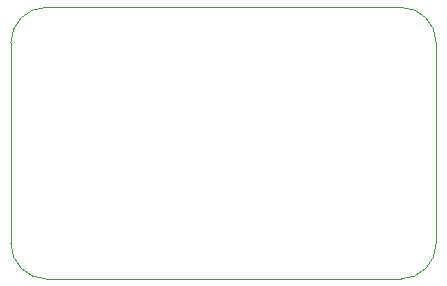
<source format=gbr>
%TF.GenerationSoftware,KiCad,Pcbnew,9.0.4*%
%TF.CreationDate,2025-10-07T01:27:38+05:30*%
%TF.ProjectId,Project5,50726f6a-6563-4743-952e-6b696361645f,rev?*%
%TF.SameCoordinates,Original*%
%TF.FileFunction,Profile,NP*%
%FSLAX46Y46*%
G04 Gerber Fmt 4.6, Leading zero omitted, Abs format (unit mm)*
G04 Created by KiCad (PCBNEW 9.0.4) date 2025-10-07 01:27:38*
%MOMM*%
%LPD*%
G01*
G04 APERTURE LIST*
%TA.AperFunction,Profile*%
%ADD10C,0.050000*%
%TD*%
G04 APERTURE END LIST*
D10*
X153500000Y-76500000D02*
G75*
G02*
X156500000Y-79500000I0J-3000000D01*
G01*
X156500000Y-96500000D02*
G75*
G02*
X153500000Y-99500000I-3000000J0D01*
G01*
X123500000Y-76500000D02*
X153500000Y-76500000D01*
X153500000Y-99500000D02*
X123500000Y-99500000D01*
X120500000Y-79500000D02*
X120500000Y-96500000D01*
X123500000Y-99500000D02*
G75*
G02*
X120500000Y-96500000I0J3000000D01*
G01*
X156500000Y-79500000D02*
X156500000Y-96500000D01*
X120500000Y-79500000D02*
G75*
G02*
X123500000Y-76500000I3000000J0D01*
G01*
M02*

</source>
